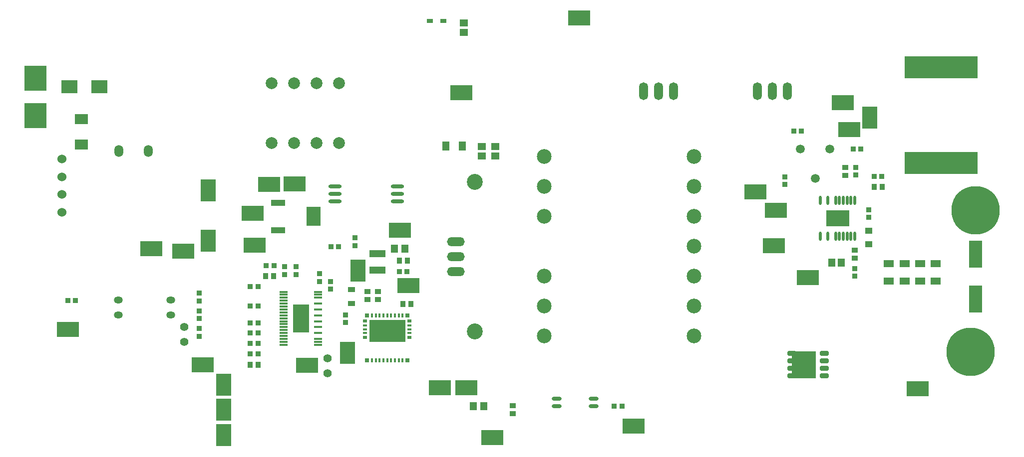
<source format=gbr>
%TF.GenerationSoftware,Altium Limited,Altium Designer,19.0.10 (269)*%
G04 Layer_Color=255*
%FSLAX26Y26*%
%MOIN*%
%TF.FileFunction,Pads,Top*%
%TF.Part,Single*%
G01*
G75*
%TA.AperFunction,SMDPad,CuDef*%
%ADD10O,0.017716X0.062992*%
%ADD11R,0.151969X0.107874*%
%ADD12R,0.150000X0.166929*%
%ADD13R,0.485039X0.150591*%
%ADD14R,0.055118X0.051181*%
%ADD15R,0.047244X0.064961*%
%ADD16R,0.149606X0.098425*%
%ADD17R,0.090000X0.070000*%
%ADD18R,0.161417X0.183465*%
G04:AMPARAMS|DCode=19|XSize=33.465mil|YSize=57.087mil|CornerRadius=8.366mil|HoleSize=0mil|Usage=FLASHONLY|Rotation=90.000|XOffset=0mil|YOffset=0mil|HoleType=Round|Shape=RoundedRectangle|*
%AMROUNDEDRECTD19*
21,1,0.033465,0.040354,0,0,90.0*
21,1,0.016732,0.057087,0,0,90.0*
1,1,0.016732,0.020177,0.008366*
1,1,0.016732,0.020177,-0.008366*
1,1,0.016732,-0.020177,-0.008366*
1,1,0.016732,-0.020177,0.008366*
%
%ADD19ROUNDEDRECTD19*%
%ADD20R,0.098425X0.149606*%
%ADD21R,0.033465X0.037402*%
%ADD22C,0.322835*%
%ADD23O,0.088583X0.025591*%
%ADD24R,0.031496X0.023622*%
%ADD25R,0.244095X0.147638*%
%ADD26R,0.031496X0.031496*%
%ADD27R,0.015748X0.031496*%
%ADD28R,0.031496X0.015748*%
%ADD29R,0.037402X0.033465*%
%ADD30R,0.035433X0.039370*%
%ADD31R,0.090551X0.179134*%
%ADD32R,0.051181X0.055118*%
%ADD33R,0.039370X0.035433*%
%ADD34R,0.051181X0.043307*%
%ADD35O,0.066929X0.023622*%
%ADD36R,0.045276X0.053150*%
%ADD37R,0.106299X0.086614*%
%ADD38R,0.092520X0.127953*%
%ADD39R,0.092520X0.039370*%
%ADD40R,0.106299X0.187008*%
%ADD41R,0.057087X0.011811*%
%ADD42R,0.047244X0.033465*%
%ADD43O,0.059055X0.047244*%
%ADD44R,0.106299X0.051181*%
%ADD45R,0.070866X0.051181*%
%ADD46R,0.039370X0.025591*%
%TA.AperFunction,ComponentPad*%
%ADD55C,0.059055*%
%ADD56C,0.078740*%
%ADD57C,0.106299*%
%ADD58O,0.118110X0.059055*%
%ADD59C,0.060000*%
%ADD60C,0.055118*%
%ADD61C,0.007874*%
%ADD62O,0.059055X0.078740*%
%ADD63O,0.059055X0.118110*%
%ADD64C,0.098425*%
D10*
X5412402Y1923228D02*
D03*
X5463583D02*
D03*
X5514764D02*
D03*
X5540354D02*
D03*
X5565945D02*
D03*
X5591535D02*
D03*
X5617126D02*
D03*
X5642717D02*
D03*
X5412402Y2163386D02*
D03*
X5463583D02*
D03*
X5514764D02*
D03*
X5540354D02*
D03*
X5565945D02*
D03*
X5591535D02*
D03*
X5617126D02*
D03*
X5642717D02*
D03*
D11*
X5527559Y2043307D02*
D03*
D12*
X173622Y2981102D02*
D03*
Y2729921D02*
D03*
D13*
X6220472Y3052067D02*
D03*
Y2412500D02*
D03*
D14*
X3244095Y2521496D02*
D03*
Y2458504D02*
D03*
X3153543Y2523622D02*
D03*
Y2460630D02*
D03*
X3031496Y3350394D02*
D03*
Y3287401D02*
D03*
D15*
X3023622Y2527559D02*
D03*
X2913386D02*
D03*
D16*
X3221000Y576000D02*
D03*
X6062992Y901575D02*
D03*
X3049053Y911124D02*
D03*
X2874016D02*
D03*
X4165354Y653544D02*
D03*
X1984252Y1057992D02*
D03*
X944882Y1838750D02*
D03*
X2661194Y1593273D02*
D03*
X3803150Y3381890D02*
D03*
X5606299Y2637795D02*
D03*
X5564025Y2817865D02*
D03*
X5330709Y1645669D02*
D03*
X5102362Y1858268D02*
D03*
X5116142Y2094734D02*
D03*
X389764Y1301024D02*
D03*
X4979140Y2220472D02*
D03*
X1635507Y1862205D02*
D03*
X1901575Y2271653D02*
D03*
X1731946Y2270900D02*
D03*
X1623919Y2074695D02*
D03*
X1157480Y1822835D02*
D03*
X1290449Y1062992D02*
D03*
X3015748Y2881890D02*
D03*
X2606299Y1964567D02*
D03*
D17*
X478927Y2707758D02*
D03*
Y2536340D02*
D03*
D18*
X5303150Y1062992D02*
D03*
D19*
X5438976Y987992D02*
D03*
Y1037992D02*
D03*
Y1087992D02*
D03*
Y1137992D02*
D03*
X5222441D02*
D03*
Y1087992D02*
D03*
Y1037992D02*
D03*
Y987992D02*
D03*
D20*
X1429134Y929134D02*
D03*
Y761518D02*
D03*
Y593902D02*
D03*
X2255905Y1144002D02*
D03*
X2326541Y1692238D02*
D03*
X5744095Y2716535D02*
D03*
X1326772Y1893114D02*
D03*
Y2228347D02*
D03*
D21*
X5683071Y2505905D02*
D03*
X5631890D02*
D03*
X5822588Y2323002D02*
D03*
X5771407D02*
D03*
X5234252Y2625984D02*
D03*
X5285433D02*
D03*
X1764764Y1727579D02*
D03*
X1713582D02*
D03*
X2197126Y1854331D02*
D03*
X2145945D02*
D03*
X1606299Y1584981D02*
D03*
X1657480D02*
D03*
X1606299Y1456693D02*
D03*
X1657480D02*
D03*
X1606299Y1342520D02*
D03*
X1657480D02*
D03*
X1606299Y1277559D02*
D03*
X1657480D02*
D03*
X1606299Y1206526D02*
D03*
X1657480D02*
D03*
X1606299Y1135492D02*
D03*
X1657480D02*
D03*
X438976Y1492126D02*
D03*
X387795D02*
D03*
X2653957Y1687008D02*
D03*
X2602776D02*
D03*
X4088583Y787402D02*
D03*
X4037402D02*
D03*
D22*
X6417323Y1148622D02*
D03*
X6448819Y2094734D02*
D03*
D23*
X2171535Y2257908D02*
D03*
Y2207908D02*
D03*
Y2157908D02*
D03*
X2588858Y2257908D02*
D03*
Y2207908D02*
D03*
Y2157908D02*
D03*
D24*
X2371417Y1356142D02*
D03*
X2670630Y1245906D02*
D03*
Y1356142D02*
D03*
X2371417Y1245906D02*
D03*
D25*
X2521023Y1291181D02*
D03*
D26*
X2385197Y1094331D02*
D03*
X2656850D02*
D03*
X2385197Y1393543D02*
D03*
X2656850D02*
D03*
D27*
X2418661Y1094331D02*
D03*
X2444252D02*
D03*
X2469842D02*
D03*
X2495433D02*
D03*
X2521023D02*
D03*
X2546614D02*
D03*
X2572205D02*
D03*
X2597795D02*
D03*
X2623386D02*
D03*
X2418661Y1393543D02*
D03*
X2623386D02*
D03*
X2597795D02*
D03*
X2572205D02*
D03*
X2546614D02*
D03*
X2521023D02*
D03*
X2495433D02*
D03*
X2469842D02*
D03*
X2444252D02*
D03*
D28*
X2670630Y1326614D02*
D03*
Y1301024D02*
D03*
Y1275433D02*
D03*
X2371417Y1326614D02*
D03*
Y1301024D02*
D03*
Y1275433D02*
D03*
D29*
X2141732Y1620079D02*
D03*
Y1568898D02*
D03*
X5648957Y2332677D02*
D03*
Y2383858D02*
D03*
X5642947Y1706693D02*
D03*
Y1655512D02*
D03*
X5736221Y2100394D02*
D03*
Y2049213D02*
D03*
X5177165Y2319892D02*
D03*
Y2268711D02*
D03*
X1913386Y1667323D02*
D03*
Y1718504D02*
D03*
X1834646Y1667323D02*
D03*
Y1718504D02*
D03*
X2244095Y1346210D02*
D03*
Y1397391D02*
D03*
X2307086Y1911417D02*
D03*
Y1860236D02*
D03*
X1265748Y1490236D02*
D03*
Y1541417D02*
D03*
Y1423307D02*
D03*
Y1372126D02*
D03*
Y1305197D02*
D03*
Y1254016D02*
D03*
X2067913Y1620368D02*
D03*
Y1671549D02*
D03*
D30*
X5772638Y2251968D02*
D03*
X5825787D02*
D03*
X1762628Y1656545D02*
D03*
X1709478D02*
D03*
X1605315Y1064458D02*
D03*
X1658465D02*
D03*
X2678406Y1468504D02*
D03*
X2625256D02*
D03*
X2603347Y1759842D02*
D03*
X2656496D02*
D03*
D31*
X6448819Y1503937D02*
D03*
Y1803150D02*
D03*
D32*
X5488189Y1747278D02*
D03*
X5551181D02*
D03*
D33*
X5641900Y1776742D02*
D03*
Y1829892D02*
D03*
X5577923Y2328189D02*
D03*
Y2381338D02*
D03*
X3360000Y737425D02*
D03*
Y790575D02*
D03*
X2389596Y1553150D02*
D03*
Y1500000D02*
D03*
X2460630D02*
D03*
Y1553150D02*
D03*
D34*
X5736221Y1868110D02*
D03*
Y1958661D02*
D03*
D35*
X3651407Y837825D02*
D03*
Y787825D02*
D03*
X3899439Y837825D02*
D03*
Y787825D02*
D03*
D36*
X3165402D02*
D03*
X3096504D02*
D03*
X2569065Y1838750D02*
D03*
X2637963D02*
D03*
D37*
X399606Y2924579D02*
D03*
X600394D02*
D03*
D38*
X2029636Y2055118D02*
D03*
D39*
X1791447Y1964567D02*
D03*
Y2145669D02*
D03*
D40*
X1944882Y1374016D02*
D03*
D41*
X2059055Y1551181D02*
D03*
Y1531496D02*
D03*
Y1511811D02*
D03*
Y1472441D02*
D03*
Y1433071D02*
D03*
Y1393701D02*
D03*
Y1354331D02*
D03*
Y1314961D02*
D03*
Y1275591D02*
D03*
Y1236220D02*
D03*
Y1216535D02*
D03*
Y1196850D02*
D03*
X1830709D02*
D03*
Y1216535D02*
D03*
Y1236220D02*
D03*
Y1255906D02*
D03*
Y1275591D02*
D03*
Y1295275D02*
D03*
Y1314961D02*
D03*
Y1334646D02*
D03*
Y1354331D02*
D03*
Y1374016D02*
D03*
Y1393701D02*
D03*
Y1413386D02*
D03*
Y1433071D02*
D03*
Y1452756D02*
D03*
Y1472441D02*
D03*
Y1492126D02*
D03*
Y1511811D02*
D03*
Y1531496D02*
D03*
Y1551181D02*
D03*
D42*
X2282480Y1566929D02*
D03*
Y1472441D02*
D03*
D43*
X726378Y1395535D02*
D03*
Y1495535D02*
D03*
X1076772D02*
D03*
Y1395535D02*
D03*
D44*
X2456693Y1696850D02*
D03*
Y1807087D02*
D03*
D45*
X5870079Y1624015D02*
D03*
Y1738189D02*
D03*
X5974577Y1624016D02*
D03*
Y1738189D02*
D03*
X6079075Y1624016D02*
D03*
Y1738189D02*
D03*
X6183573Y1624016D02*
D03*
Y1738189D02*
D03*
D46*
X2895669Y3362992D02*
D03*
X2805118D02*
D03*
D55*
X5377953Y2311024D02*
D03*
X5279528Y2507874D02*
D03*
X5476378D02*
D03*
D56*
X2197638Y2947244D02*
D03*
Y2547244D02*
D03*
X1897638Y2947244D02*
D03*
X2047638D02*
D03*
Y2547244D02*
D03*
X1897638D02*
D03*
X1747638Y2947244D02*
D03*
Y2547244D02*
D03*
D57*
X3104338Y1285819D02*
D03*
Y2285819D02*
D03*
D58*
X2980315Y1685827D02*
D03*
Y1785827D02*
D03*
Y1885827D02*
D03*
D59*
X350394Y2438189D02*
D03*
Y2320079D02*
D03*
Y2201968D02*
D03*
Y2083858D02*
D03*
D60*
X1165354Y1216535D02*
D03*
Y1316535D02*
D03*
X2121581Y1006299D02*
D03*
Y1106299D02*
D03*
D61*
X2409409Y1291181D02*
D03*
X2450748Y1228189D02*
D03*
Y1259685D02*
D03*
Y1291181D02*
D03*
Y1322677D02*
D03*
Y1354173D02*
D03*
X2497598D02*
D03*
Y1322677D02*
D03*
Y1291181D02*
D03*
Y1259685D02*
D03*
Y1228189D02*
D03*
X2544449D02*
D03*
Y1259685D02*
D03*
Y1291181D02*
D03*
Y1322677D02*
D03*
Y1354173D02*
D03*
X2591299D02*
D03*
Y1322677D02*
D03*
Y1291181D02*
D03*
Y1259685D02*
D03*
Y1228189D02*
D03*
X2632638Y1291181D02*
D03*
D62*
X925197Y2491340D02*
D03*
X728346D02*
D03*
D63*
X5192126Y2892697D02*
D03*
X5092126D02*
D03*
X4992126D02*
D03*
X4232126D02*
D03*
X4332126D02*
D03*
X4432126D02*
D03*
D64*
X4570541Y2456546D02*
D03*
Y2256546D02*
D03*
Y2056546D02*
D03*
Y1856545D02*
D03*
Y1656545D02*
D03*
Y1456545D02*
D03*
Y1256545D02*
D03*
X3570541D02*
D03*
Y1456545D02*
D03*
Y1656545D02*
D03*
Y2056546D02*
D03*
Y2256546D02*
D03*
Y2456546D02*
D03*
%TF.MD5,22eab86415f29173f68764cbf887144c*%
M02*

</source>
